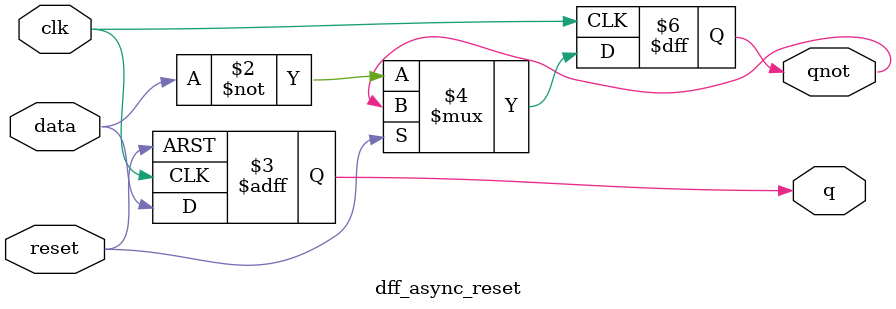
<source format=v>
 module dff_async_reset (
 input data  , // Data Input
 input clk    , // Clock Input
 input reset , // Reset input 
 output reg q ,        // Q output
 output reg qnot
 );

 
 //-------------Code Starts Here---------
 always @ ( posedge clk or posedge reset)
 if (reset) begin
   q <= 1'b0;
 end  else begin
   q <= data;
   qnot <= ~data;
 end
 
 endmodule //End Of Module dff_async_reset
</source>
